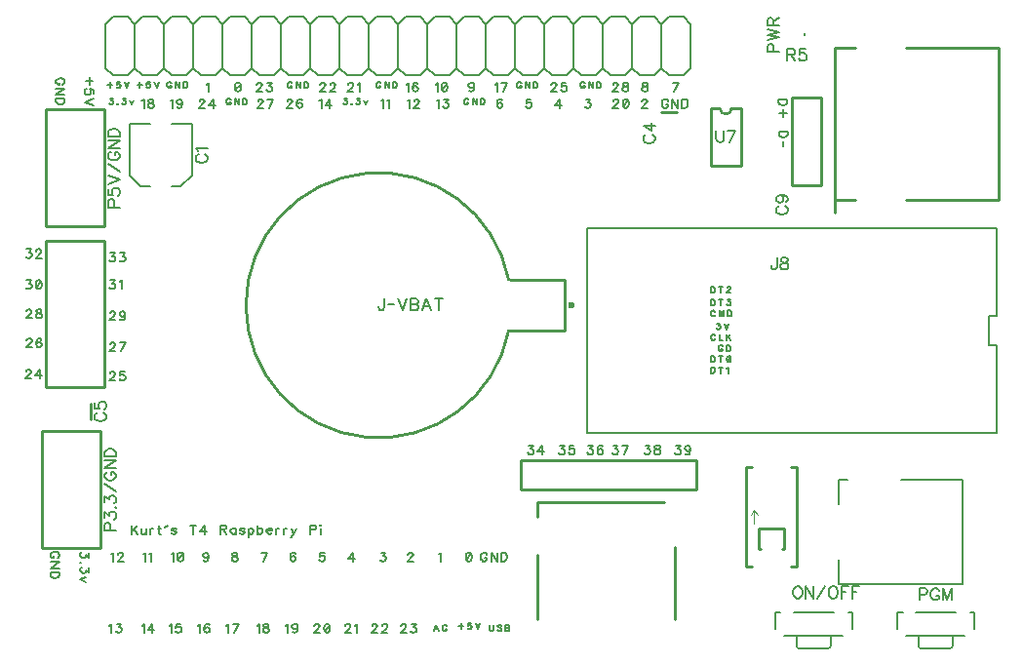
<source format=gto>
G04 DipTrace 3.3.1.3*
G04 Teensy4RPIlike.gto*
%MOIN*%
G04 #@! TF.FileFunction,Legend,Top*
G04 #@! TF.Part,Single*
%ADD10C,0.009843*%
%ADD17C,0.008*%
%ADD41C,0.006*%
%ADD42C,0.023615*%
%ADD43C,0.005*%
%ADD45C,0.003937*%
%ADD108C,0.006176*%
%ADD109C,0.007*%
%FSLAX26Y26*%
G04*
G70*
G90*
G75*
G01*
G04 TopSilk*
%LPD*%
X755522Y2193541D2*
D17*
X824267D1*
X899280D2*
X968025D1*
Y2018531D1*
X930519Y1981021D1*
X899280D1*
X755522Y2193541D2*
Y2018531D1*
X793028Y1981021D1*
X824267D1*
X2573520Y2234871D2*
D10*
X2624662D1*
X621899Y1237801D2*
Y1186659D1*
X3165396Y1944111D2*
Y1892969D1*
X3180279Y977062D2*
D17*
Y894374D1*
X3601553Y977062D2*
X3392902D1*
X3180279D2*
X3207827D1*
X3601553Y622742D2*
X3180279D1*
Y705430D1*
X3601553Y622742D2*
Y977062D1*
X2093073Y943700D2*
D10*
X2693073D1*
X2093073Y1043700D2*
X2693073D1*
X2093073Y943700D2*
Y1043700D1*
X2693073Y943700D2*
Y1043700D1*
X668073Y1293700D2*
Y1793700D1*
X468073Y1293700D2*
Y1793700D1*
X668073Y1293700D2*
X468073D1*
X668073Y1793700D2*
X468073D1*
X3018073Y2283700D2*
X3118073D1*
Y1983700D1*
X3018073D2*
X3118073D1*
X3018073Y2283700D2*
Y1983700D1*
X2147997Y500999D2*
Y722149D1*
Y850621D2*
Y901618D1*
X2581902D1*
X2620571Y749608D2*
Y502470D1*
X672600Y2385629D2*
D41*
X697600Y2360629D1*
X747600D1*
X772600Y2385629D1*
X797600Y2360629D1*
X847600D1*
X872600Y2385629D1*
X897600Y2360629D1*
X947600D1*
X972600Y2385629D1*
X997600Y2360629D1*
X1047600D1*
X1072600Y2385629D1*
X1097600Y2360629D1*
X1147600D1*
X1172600Y2385629D1*
X1197600Y2360629D1*
X1247600D1*
X1272600Y2385629D1*
X672600D2*
Y2535629D1*
X697600Y2560629D1*
X747600D1*
X772600Y2535629D1*
X797600Y2560629D1*
X847600D1*
X872600Y2535629D1*
X897600Y2560629D1*
X947600D1*
X972600Y2535629D1*
X997600Y2560629D1*
X1047600D1*
X1072600Y2535629D1*
X1097600Y2560629D1*
X1147600D1*
X1172600Y2535629D1*
X1197600Y2560629D1*
X1247600D1*
X1272600Y2535629D1*
X1297600Y2560629D1*
X1347600D1*
X1372600Y2535629D1*
X1397600Y2560629D1*
X1447600D1*
X1472600Y2535629D1*
X1497600Y2560629D1*
X1547600D1*
X1572600Y2535629D1*
X1597600Y2560629D1*
X1647600D1*
X1672600Y2535629D1*
X1697600Y2560629D1*
X1747600D1*
X1772600Y2535629D1*
X1797600Y2560629D1*
X1847600D1*
X1872600Y2535629D2*
X1847600Y2560629D1*
X1872600Y2535629D2*
X1897600Y2560629D1*
X1947600D2*
X1897600D1*
X1947600D2*
X1972600Y2535629D1*
X1997600Y2560629D1*
X2047600D2*
X1997600D1*
X2047600D2*
X2072600Y2535629D1*
X2097600Y2560629D1*
X2147600D2*
X2097600D1*
X2147600D2*
X2172600Y2535629D1*
X2197600Y2560629D1*
X2247600D2*
X2197600D1*
X2247600D2*
X2272600Y2535629D1*
X2297600Y2560629D1*
X2347600D2*
X2297600D1*
X2347600D2*
X2372600Y2535629D1*
X2397600Y2560629D1*
X2447600D2*
X2397600D1*
X2447600D2*
X2472600Y2535629D1*
X2497600Y2560629D1*
X2547600D2*
X2497600D1*
X2547600D2*
X2572600Y2535629D1*
Y2385629D2*
X2547600Y2360629D1*
X2497600D1*
X2472600Y2385629D2*
X2497600Y2360629D1*
X2472600Y2385629D2*
X2447600Y2360629D1*
X2397600D1*
X2372600Y2385629D2*
X2397600Y2360629D1*
X2372600Y2385629D2*
X2347600Y2360629D1*
X2297600D1*
X2272600Y2385629D2*
X2297600Y2360629D1*
X2272600Y2385629D2*
X2247600Y2360629D1*
X2197600D2*
X2247600D1*
X2197600D2*
X2172600Y2385629D1*
X2147600Y2360629D1*
X2097600D2*
X2147600D1*
X2097600D2*
X2072600Y2385629D1*
X2047600Y2360629D1*
X1997600D1*
X1972600Y2385629D2*
X1997600Y2360629D1*
X1972600Y2385629D2*
X1947600Y2360629D1*
X1897600D1*
X1872600Y2385629D2*
X1897600Y2360629D1*
X1872600Y2385629D2*
X1847600Y2360629D1*
X1797600D1*
X1772600Y2385629D2*
X1797600Y2360629D1*
X1772600Y2385629D2*
X1747600Y2360629D1*
X1697600D1*
X1672600Y2385629D2*
X1697600Y2360629D1*
X1672600Y2385629D2*
X1647600Y2360629D1*
X1597600D1*
X1572600Y2385629D2*
X1597600Y2360629D1*
X1572600Y2385629D2*
X1547600Y2360629D1*
X1497600D1*
X1472600Y2385629D2*
X1497600Y2360629D1*
X1472600Y2385629D2*
X1447600Y2360629D1*
X1397600D1*
X1372600Y2385629D2*
X1397600Y2360629D1*
X1372600Y2385629D2*
X1347600Y2360629D1*
X1297600D1*
X1272600Y2385629D2*
X1297600Y2360629D1*
X772600Y2535629D2*
Y2385629D1*
X872600Y2535629D2*
Y2385629D1*
X972600Y2535629D2*
Y2385629D1*
X1072600Y2535629D2*
Y2385629D1*
X1172600Y2535629D2*
Y2385629D1*
X1272600Y2535629D2*
Y2385629D1*
X1372600Y2535629D2*
Y2385629D1*
X1472600Y2535629D2*
Y2385629D1*
X1572600Y2535629D2*
Y2385629D1*
X1672600Y2535629D2*
Y2385629D1*
X1772600Y2535629D2*
Y2385629D1*
X1872600Y2535629D2*
Y2385629D1*
X1972600Y2535629D2*
Y2385629D1*
X2072600Y2535629D2*
Y2385629D1*
X2172600Y2535629D2*
Y2385629D1*
X2272600Y2535629D2*
Y2385629D1*
X2372600Y2535629D2*
Y2385629D1*
X2472600Y2535629D2*
Y2385629D1*
X2572600Y2535629D2*
Y2385629D1*
Y2535629D2*
X2597600Y2560629D1*
X2647600D2*
X2597600D1*
X2647600D2*
X2672600Y2535629D1*
Y2385629D2*
X2647600Y2360629D1*
X2597600D1*
X2572600Y2385629D2*
X2597600Y2360629D1*
X2672600Y2535629D2*
Y2385629D1*
D42*
X2265777Y1574826D3*
X2243624Y1488175D2*
D10*
Y1661477D1*
Y1488175D2*
X2051108D1*
X2243624Y1661477D2*
X2054706D1*
X2051108Y1488175D2*
G02X2051108Y1661477I-444836J86651D01*
G01*
X2993072Y443698D2*
D43*
X3193074D1*
X3224308Y468703D2*
Y524945D1*
X3211808D1*
X3161807D2*
X3024338D1*
X3034061Y441699D2*
Y411696D1*
G03X3044074Y401700I10012J16D01*
G01*
X3142072D1*
G03X3152085Y411696I2J10012D01*
G01*
Y441699D1*
X2980572Y524945D2*
X2961838D1*
Y468703D1*
X455561Y1143700D2*
D10*
Y743700D1*
X655561Y1143700D2*
Y743700D1*
X455561Y1143700D2*
X655561D1*
X455561Y743700D2*
X655561D1*
X468073Y2243700D2*
Y1843700D1*
X668073Y2243700D2*
Y1843700D1*
X468073Y2243700D2*
X668073D1*
X468073Y1843700D2*
X668073D1*
X3410254Y443698D2*
D43*
X3610256D1*
X3641490Y468703D2*
Y524945D1*
X3628990D1*
X3578990D2*
X3441521D1*
X3451243Y441699D2*
Y411696D1*
G03X3461256Y401700I10012J16D01*
G01*
X3559254D1*
G03X3569267Y411696I2J10011D01*
G01*
Y441699D1*
X3397754Y524945D2*
X3379020D1*
Y468703D1*
G36*
X3059136Y2503666D2*
X3067009D1*
Y2495792D1*
X3059136D1*
Y2503666D1*
G37*
X2992361Y742185D2*
D10*
X2984480D1*
X3015990Y1021705D2*
X3035669D1*
Y683102D1*
X3015990D1*
X2882119D2*
X2862440D1*
Y1021705D1*
X2882119D1*
X2890001Y826775D2*
D45*
Y870124D1*
Y874058D2*
X2901815Y858324D1*
X2890001Y874058D2*
X2878187Y858324D1*
X2992361Y742185D2*
D10*
Y813028D1*
X2905747D1*
Y742185D1*
X2913629D1*
X3693013Y1537397D2*
D17*
Y1437437D1*
X3718073D1*
Y1137417D1*
X2318073D1*
Y1837417D1*
X3718073D1*
Y1537397D1*
X3693013D1*
X2741693Y2248185D2*
D10*
Y2051331D1*
X2844069Y2248185D2*
Y2051331D1*
X2741693D2*
X2844069D1*
X2773187Y2248185D2*
X2741693D1*
X2812576D2*
X2844069D1*
X2773187D2*
G03X2812576Y2248185I19694J9D01*
G01*
X3166301Y1935061D2*
Y2454701D1*
X3726144D2*
X3408041D1*
X3234826D2*
X3167085D1*
X3726144D2*
Y1935061D1*
X3408041D1*
X3234826D2*
X3167085D1*
X991143Y2090656D2*
D108*
X987340Y2088755D1*
X983494Y2084908D1*
X981592Y2081106D1*
Y2073456D1*
X983494Y2069610D1*
X987340Y2065807D1*
X991143Y2063862D1*
X996891Y2061960D1*
X1006486D1*
X1012190Y2063862D1*
X1016036Y2065807D1*
X1019839Y2069610D1*
X1021784Y2073456D1*
Y2081106D1*
X1019839Y2084908D1*
X1016036Y2088755D1*
X1012190Y2090656D1*
X989286Y2103008D2*
X987341Y2106854D1*
X981637Y2112603D1*
X1021784Y2112602D1*
X2520536Y2157818D2*
X2516733Y2155917D1*
X2512886Y2152070D1*
X2510985Y2148268D1*
Y2140619D1*
X2512886Y2136772D1*
X2516733Y2132969D1*
X2520536Y2131024D1*
X2526284Y2129122D1*
X2535878D1*
X2541582Y2131024D1*
X2545429Y2132969D1*
X2549232Y2136772D1*
X2551177Y2140618D1*
Y2148268D1*
X2549232Y2152070D1*
X2545429Y2155917D1*
X2541582Y2157818D1*
X2551177Y2189315D2*
X2511029D1*
X2537780Y2170170D1*
Y2198866D1*
X645017Y1207005D2*
X641215Y1205104D1*
X637368Y1201257D1*
X635466Y1197455D1*
Y1189805D1*
X637368Y1185959D1*
X641214Y1182156D1*
X645017Y1180211D1*
X650765Y1178309D1*
X660360D1*
X666064Y1180211D1*
X669910Y1182156D1*
X673713Y1185959D1*
X675658Y1189805D1*
Y1197455D1*
X673713Y1201257D1*
X669910Y1205104D1*
X666064Y1207005D1*
X635511Y1242304D2*
Y1223203D1*
X652711Y1221302D1*
X650809Y1223203D1*
X648864Y1228951D1*
Y1234655D1*
X650809Y1240403D1*
X654612Y1244250D1*
X660360Y1246151D1*
X664162D1*
X669910Y1244250D1*
X673757Y1240403D1*
X675658Y1234655D1*
Y1228951D1*
X673757Y1223203D1*
X671812Y1221302D1*
X668009Y1219357D1*
X2974614Y1914266D2*
X2970812Y1912364D1*
X2966965Y1908518D1*
X2965064Y1904715D1*
Y1897066D1*
X2966965Y1893219D1*
X2970812Y1889416D1*
X2974614Y1887471D1*
X2980362Y1885570D1*
X2989957D1*
X2995661Y1887471D1*
X2999508Y1889416D1*
X3003310Y1893219D1*
X3005256Y1897066D1*
Y1904715D1*
X3003310Y1908517D1*
X2999508Y1912364D1*
X2995661Y1914266D1*
X2978461Y1951510D2*
X2984209Y1949565D1*
X2988056Y1945762D1*
X2989957Y1940014D1*
Y1938113D1*
X2988056Y1932365D1*
X2984209Y1928562D1*
X2978461Y1926617D1*
X2976560D1*
X2970812Y1928562D1*
X2967009Y1932365D1*
X2965108Y1938113D1*
Y1940014D1*
X2967009Y1945762D1*
X2970812Y1949565D1*
X2978461Y1951510D1*
X2988056D1*
X2997607Y1949565D1*
X3003355Y1945762D1*
X3005256Y1940014D1*
Y1936212D1*
X3003355Y1930464D1*
X2999508Y1928562D1*
X2967545Y1736961D2*
Y1706364D1*
X2965643Y1700616D1*
X2963698Y1698714D1*
X2959895Y1696769D1*
X2956049D1*
X2952246Y1698714D1*
X2950345Y1700616D1*
X2948399Y1706364D1*
Y1710166D1*
X2989447Y1736917D2*
X2983743Y1735015D1*
X2981797Y1731213D1*
Y1727366D1*
X2983743Y1723564D1*
X2987545Y1721618D1*
X2995195Y1719717D1*
X3000943Y1717816D1*
X3004745Y1713969D1*
X3006646Y1710166D1*
Y1704418D1*
X3004745Y1700616D1*
X3002844Y1698670D1*
X2997096Y1696769D1*
X2989447D1*
X2983743Y1698670D1*
X2981797Y1700616D1*
X2979896Y1704418D1*
Y1710166D1*
X2981797Y1713969D1*
X2985644Y1717816D1*
X2991348Y1719717D1*
X2998997Y1721618D1*
X3002844Y1723564D1*
X3004745Y1727366D1*
Y1731213D1*
X3002844Y1735015D1*
X2997096Y1736917D1*
X2989447D1*
X1625556Y1597332D2*
Y1566735D1*
X1623655Y1560986D1*
X1621709Y1559085D1*
X1617907Y1557140D1*
X1614060D1*
X1610258Y1559085D1*
X1608356Y1560986D1*
X1606411Y1566735D1*
Y1570537D1*
X1637908Y1577214D2*
X1660015D1*
X1672367Y1597332D2*
X1687665Y1557140D1*
X1702964Y1597332D1*
X1715315D2*
Y1557140D1*
X1732560D1*
X1738308Y1559085D1*
X1740209Y1560986D1*
X1742110Y1564789D1*
Y1570537D1*
X1740209Y1574384D1*
X1738308Y1576285D1*
X1732560Y1578186D1*
X1738308Y1580132D1*
X1740209Y1582033D1*
X1742110Y1585836D1*
Y1589682D1*
X1740209Y1593485D1*
X1738308Y1595430D1*
X1732560Y1597332D1*
X1715315D1*
Y1578186D2*
X1732560D1*
X1785103Y1557140D2*
X1769760Y1597332D1*
X1754461Y1557140D1*
X1760210Y1570537D2*
X1779355D1*
X1810852Y1597332D2*
Y1557140D1*
X1797454Y1597332D2*
X1824249D1*
X3035156Y613528D2*
X3031309Y611627D1*
X3027506Y607780D1*
X3025561Y603977D1*
X3023660Y598229D1*
Y588634D1*
X3025561Y582931D1*
X3027506Y579084D1*
X3031309Y575281D1*
X3035156Y573336D1*
X3042805D1*
X3046607Y575281D1*
X3050454Y579084D1*
X3052356Y582931D1*
X3054257Y588634D1*
Y598229D1*
X3052356Y603977D1*
X3050454Y607780D1*
X3046607Y611627D1*
X3042805Y613528D1*
X3035156D1*
X3093403D2*
Y573336D1*
X3066608Y613528D1*
Y573336D1*
X3105754D2*
X3132549Y613484D1*
X3156396Y613528D2*
X3152550Y611627D1*
X3148747Y607780D1*
X3146802Y603977D1*
X3144900Y598229D1*
Y588634D1*
X3146802Y582931D1*
X3148747Y579084D1*
X3152550Y575281D1*
X3156396Y573336D1*
X3164046D1*
X3167848Y575281D1*
X3171695Y579084D1*
X3173596Y582931D1*
X3175498Y588634D1*
Y598229D1*
X3173596Y603977D1*
X3171695Y607780D1*
X3167848Y611627D1*
X3164046Y613528D1*
X3156396D1*
X3212742D2*
X3187849D1*
Y573336D1*
Y594382D2*
X3203148D1*
X3249987Y613528D2*
X3225094D1*
Y573336D1*
Y594382D2*
X3240392D1*
X690174Y803815D2*
X690175Y821059D1*
X688273Y826763D1*
X686328Y828708D1*
X682525Y830610D1*
X676777D1*
X672975Y828708D1*
X671029Y826763D1*
X669128Y821059D1*
Y803815D1*
X709320D1*
X669172Y846808D2*
Y867810D1*
X684471Y856358D1*
Y862106D1*
X686372Y865909D1*
X688273Y867810D1*
X694021Y869756D1*
X697824D1*
X703572Y867810D1*
X707419Y864007D1*
X709320Y858259D1*
Y852511D1*
X707419Y846808D1*
X705473Y844906D1*
X701671Y842961D1*
X705473Y884008D2*
X707419Y882107D1*
X709320Y884008D1*
X707419Y885954D1*
X705473Y884008D1*
X669172Y902152D2*
Y923154D1*
X684471Y911702D1*
Y917450D1*
X686372Y921253D1*
X688273Y923154D1*
X694021Y925100D1*
X697824D1*
X703572Y923154D1*
X707419Y919352D1*
X709320Y913604D1*
Y907856D1*
X707419Y902152D1*
X705473Y900251D1*
X701671Y898305D1*
X709320Y937451D2*
X669172Y964246D1*
X678678Y1005293D2*
X674876Y1003392D1*
X671029Y999545D1*
X669128Y995743D1*
Y988093D1*
X671029Y984246D1*
X674876Y980444D1*
X678678Y978498D1*
X684426Y976597D1*
X694021D1*
X699725Y978498D1*
X703572Y980444D1*
X707374Y984246D1*
X709320Y988093D1*
Y995743D1*
X707374Y999545D1*
X703572Y1003392D1*
X699725Y1005293D1*
X694021D1*
Y995743D1*
X669128Y1044439D2*
X709320D1*
X669128Y1017645D1*
X709320D1*
X669128Y1056791D2*
X709320D1*
Y1070188D1*
X707374Y1075936D1*
X703572Y1079783D1*
X699725Y1081684D1*
X694021Y1083585D1*
X684426D1*
X678678Y1081684D1*
X674876Y1079783D1*
X671029Y1075936D1*
X669128Y1070188D1*
Y1056791D1*
X702686Y1910013D2*
Y1927257D1*
X700785Y1932961D1*
X698840Y1934906D1*
X695037Y1936807D1*
X689289D1*
X685486Y1934906D1*
X683541Y1932961D1*
X681640Y1927257D1*
Y1910013D1*
X721832D1*
X681684Y1972107D2*
Y1953005D1*
X698884Y1951104D1*
X696983Y1953005D1*
X695037Y1958753D1*
Y1964457D1*
X696983Y1970205D1*
X700785Y1974052D1*
X706533Y1975953D1*
X710336D1*
X716084Y1974052D1*
X719930Y1970205D1*
X721832Y1964457D1*
Y1958753D1*
X719930Y1953005D1*
X717985Y1951104D1*
X714182Y1949159D1*
X681640Y1988305D2*
X721832Y2003603D1*
X681640Y2018902D1*
X721832Y2031253D2*
X681684Y2058048D1*
X691190Y2099095D2*
X687388Y2097194D1*
X683541Y2093347D1*
X681640Y2089545D1*
Y2081895D1*
X683541Y2078049D1*
X687388Y2074246D1*
X691190Y2072301D1*
X696938Y2070399D1*
X706533D1*
X712237Y2072301D1*
X716084Y2074246D1*
X719886Y2078049D1*
X721832Y2081895D1*
Y2089545D1*
X719886Y2093347D1*
X716084Y2097194D1*
X712237Y2099095D1*
X706533D1*
Y2089545D1*
X681640Y2138241D2*
X721832D1*
X681640Y2111447D1*
X721832D1*
X681640Y2150593D2*
X721832D1*
Y2163990D1*
X719886Y2169738D1*
X716084Y2173585D1*
X712237Y2175486D1*
X706533Y2177387D1*
X696938D1*
X691190Y2175486D1*
X687388Y2173585D1*
X683541Y2169738D1*
X681640Y2163990D1*
Y2150593D1*
X3454860Y586232D2*
X3472104D1*
X3477808Y588133D1*
X3479753Y590079D1*
X3481654Y593881D1*
Y599629D1*
X3479753Y603432D1*
X3477808Y605377D1*
X3472104Y607278D1*
X3454860D1*
Y567086D1*
X3522702Y597728D2*
X3520801Y601530D1*
X3516954Y605377D1*
X3513151Y607278D1*
X3505502D1*
X3501655Y605377D1*
X3497853Y601530D1*
X3495907Y597728D1*
X3494006Y591980D1*
Y582385D1*
X3495907Y576681D1*
X3497853Y572834D1*
X3501655Y569032D1*
X3505502Y567086D1*
X3513151D1*
X3516954Y569032D1*
X3520801Y572834D1*
X3522702Y576681D1*
Y582385D1*
X3513151D1*
X3565650Y567086D2*
Y607278D1*
X3550352Y567086D1*
X3535053Y607278D1*
Y567086D1*
X2956643Y2441438D2*
Y2458682D1*
X2954742Y2464385D1*
X2952797Y2466331D1*
X2948994Y2468232D1*
X2943246D1*
X2939443Y2466331D1*
X2937498Y2464385D1*
X2935597Y2458682D1*
Y2441438D1*
X2975789D1*
X2935597Y2480584D2*
X2975789Y2490178D1*
X2935597Y2499729D1*
X2975789Y2509279D1*
X2935597Y2518874D1*
X2954742Y2531226D2*
Y2548426D1*
X2952797Y2554174D1*
X2950895Y2556119D1*
X2947093Y2558020D1*
X2943246D1*
X2939443Y2556119D1*
X2937498Y2554174D1*
X2935597Y2548426D1*
Y2531226D1*
X2975789D1*
X2954742Y2544623D2*
X2975789Y2558020D1*
X3003669Y2431204D2*
X3020869D1*
X3026617Y2433149D1*
X3028563Y2435051D1*
X3030464Y2438853D1*
Y2442700D1*
X3028563Y2446503D1*
X3026617Y2448448D1*
X3020869Y2450349D1*
X3003669D1*
Y2410157D1*
X3017067Y2431204D2*
X3030464Y2410157D1*
X3065763Y2450305D2*
X3046662D1*
X3044761Y2433105D1*
X3046662Y2435007D1*
X3052410Y2436952D1*
X3058114D1*
X3063862Y2435007D1*
X3067709Y2431204D1*
X3069610Y2425456D1*
Y2421653D1*
X3067709Y2415905D1*
X3063862Y2412059D1*
X3058114Y2410157D1*
X3052410D1*
X3046662Y2412059D1*
X3044761Y2414004D1*
X3042815Y2417807D1*
X2759911Y2172263D2*
Y2143568D1*
X2761812Y2137820D1*
X2765659Y2134017D1*
X2771407Y2132071D1*
X2775209D1*
X2780957Y2134017D1*
X2784804Y2137820D1*
X2786705Y2143568D1*
Y2172263D1*
X2806706Y2132071D2*
X2825851Y2172219D1*
X2799057D1*
X761784Y823296D2*
D109*
Y793152D1*
X781880Y823296D2*
X761784Y803200D1*
X768947Y810396D2*
X781880Y793152D1*
X795880Y813248D2*
Y798889D1*
X797306Y794611D1*
X800191Y793152D1*
X804502D1*
X807354Y794611D1*
X811665Y798889D1*
Y813248D2*
Y793152D1*
X825665Y813248D2*
Y793152D1*
Y804626D2*
X827124Y808937D1*
X829976Y811822D1*
X832861Y813248D1*
X837172D1*
X855483Y823296D2*
Y798889D1*
X856909Y794611D1*
X859794Y793152D1*
X862646D1*
X851172Y813248D2*
X861220D1*
X883842Y823263D2*
X876646Y814641D1*
X885268Y821837D1*
X883842Y823263D1*
X915053Y808937D2*
X913627Y811822D1*
X909316Y813248D1*
X905005D1*
X900694Y811822D1*
X899268Y808937D1*
X900694Y806085D1*
X903579Y804626D1*
X910742Y803200D1*
X913627Y801774D1*
X915053Y798889D1*
Y797463D1*
X913627Y794611D1*
X909316Y793152D1*
X905005D1*
X900694Y794611D1*
X899268Y797463D1*
X972998Y823296D2*
Y793152D1*
X962950Y823296D2*
X983046D1*
X1011405Y793152D2*
Y823263D1*
X997046Y803200D1*
X1018568D1*
X1066465Y808937D2*
X1079365D1*
X1083676Y810396D1*
X1085135Y811822D1*
X1086561Y814674D1*
Y817559D1*
X1085135Y820411D1*
X1083676Y821870D1*
X1079365Y823296D1*
X1066465D1*
Y793152D1*
X1076513Y808937D2*
X1086561Y793152D1*
X1117772Y813248D2*
Y793152D1*
Y808937D2*
X1114920Y811822D1*
X1112035Y813248D1*
X1107757D1*
X1104872Y811822D1*
X1102020Y808937D1*
X1100561Y804626D1*
Y801774D1*
X1102020Y797463D1*
X1104872Y794611D1*
X1107757Y793152D1*
X1112035D1*
X1114920Y794611D1*
X1117772Y797463D1*
X1147557Y808937D2*
X1146131Y811822D1*
X1141820Y813248D1*
X1137509D1*
X1133198Y811822D1*
X1131772Y808937D1*
X1133198Y806085D1*
X1136083Y804626D1*
X1143246Y803200D1*
X1146131Y801774D1*
X1147557Y798889D1*
Y797463D1*
X1146131Y794611D1*
X1141820Y793152D1*
X1137509D1*
X1133198Y794611D1*
X1131772Y797463D1*
X1161557Y813248D2*
Y783104D1*
Y808937D2*
X1164442Y811789D1*
X1167294Y813248D1*
X1171605D1*
X1174490Y811789D1*
X1177342Y808937D1*
X1178801Y804626D1*
Y801741D1*
X1177342Y797463D1*
X1174490Y794578D1*
X1171605Y793152D1*
X1167294D1*
X1164442Y794578D1*
X1161557Y797463D1*
X1192801Y823296D2*
Y793152D1*
Y808937D2*
X1195686Y811822D1*
X1198538Y813248D1*
X1202849D1*
X1205701Y811822D1*
X1208586Y808937D1*
X1210012Y804626D1*
Y801774D1*
X1208586Y797463D1*
X1205701Y794611D1*
X1202849Y793152D1*
X1198538D1*
X1195686Y794611D1*
X1192801Y797463D1*
X1224012Y804626D2*
X1241223D1*
Y807511D1*
X1239797Y810396D1*
X1238371Y811822D1*
X1235486Y813248D1*
X1231175D1*
X1228323Y811822D1*
X1225438Y808937D1*
X1224012Y804626D1*
Y801774D1*
X1225438Y797463D1*
X1228323Y794611D1*
X1231175Y793152D1*
X1235486D1*
X1238371Y794611D1*
X1241223Y797463D1*
X1255223Y813248D2*
Y793152D1*
Y804626D2*
X1256682Y808937D1*
X1259534Y811822D1*
X1262419Y813248D1*
X1266730D1*
X1280730D2*
Y793152D1*
Y804626D2*
X1282189Y808937D1*
X1285041Y811822D1*
X1287926Y813248D1*
X1292237D1*
X1307696D2*
X1316285Y793152D1*
X1313433Y787415D1*
X1310548Y784530D1*
X1307696Y783104D1*
X1306237D1*
X1324907Y813248D2*
X1316285Y793152D1*
X1372804Y807511D2*
X1385737D1*
X1390015Y808937D1*
X1391474Y810396D1*
X1392900Y813248D1*
Y817559D1*
X1391474Y820411D1*
X1390015Y821870D1*
X1385737Y823296D1*
X1372804D1*
Y793152D1*
X1406900Y823296D2*
X1408326Y821870D1*
X1409785Y823296D1*
X1408326Y824755D1*
X1406900Y823296D1*
X1408326Y813248D2*
Y793152D1*
X1518329Y699411D2*
Y729521D1*
X1503970Y709459D1*
X1525492D1*
X1421100Y729521D2*
X1406774D1*
X1405348Y716622D1*
X1406774Y718047D1*
X1411085Y719507D1*
X1415363D1*
X1419674Y718047D1*
X1422559Y715196D1*
X1423985Y710885D1*
Y708033D1*
X1422559Y703722D1*
X1419674Y700837D1*
X1415363Y699411D1*
X1411085D1*
X1406774Y700837D1*
X1405348Y702296D1*
X1403889Y705148D1*
X1322478Y725244D2*
X1321052Y728095D1*
X1316741Y729521D1*
X1313889D1*
X1309578Y728095D1*
X1306693Y723784D1*
X1305267Y716622D1*
Y709459D1*
X1306693Y703722D1*
X1309578Y700837D1*
X1313889Y699411D1*
X1315315D1*
X1319593Y700837D1*
X1322478Y703722D1*
X1323904Y708033D1*
Y709459D1*
X1322478Y713770D1*
X1319593Y716622D1*
X1315315Y718047D1*
X1313889D1*
X1309578Y716622D1*
X1306693Y713770D1*
X1305267Y709459D1*
X1210921Y699411D2*
X1225280Y729521D1*
X1205184D1*
X1112299D2*
X1108021Y728095D1*
X1106562Y725244D1*
Y722358D1*
X1108021Y719507D1*
X1110873Y718047D1*
X1116610Y716622D1*
X1120921Y715196D1*
X1123773Y712310D1*
X1125199Y709459D1*
Y705148D1*
X1123773Y702296D1*
X1122347Y700837D1*
X1118036Y699411D1*
X1112299D1*
X1108021Y700837D1*
X1106562Y702296D1*
X1105136Y705148D1*
Y709459D1*
X1106562Y712310D1*
X1109447Y715196D1*
X1113725Y716622D1*
X1119462Y718047D1*
X1122347Y719507D1*
X1123773Y722358D1*
Y725244D1*
X1122347Y728095D1*
X1118036Y729521D1*
X1112299D1*
X1025150Y719507D2*
X1023690Y715196D1*
X1020839Y712310D1*
X1016528Y710885D1*
X1015102D1*
X1010791Y712310D1*
X1007939Y715196D1*
X1006480Y719507D1*
Y720933D1*
X1007939Y725244D1*
X1010791Y728095D1*
X1015102Y729521D1*
X1016528D1*
X1020839Y728095D1*
X1023690Y725244D1*
X1025150Y719507D1*
Y712310D1*
X1023690Y705148D1*
X1020839Y700837D1*
X1016528Y699411D1*
X1013676D1*
X1009365Y700837D1*
X1007939Y703722D1*
X897700Y723784D2*
X900585Y725244D1*
X904896Y729521D1*
Y699411D1*
X927518Y729521D2*
X923207Y728095D1*
X920322Y723784D1*
X918896Y716622D1*
Y712310D1*
X920322Y705148D1*
X923207Y700837D1*
X927518Y699411D1*
X930370D1*
X934681Y700837D1*
X937533Y705148D1*
X938992Y712310D1*
Y716622D1*
X937533Y723784D1*
X934681Y728095D1*
X930370Y729521D1*
X927518D1*
X937533Y723784D2*
X920322Y705148D1*
X801821Y723784D2*
X804706Y725244D1*
X809017Y729521D1*
Y699411D1*
X823017Y723784D2*
X825902Y725244D1*
X830213Y729521D1*
Y699411D1*
X693041Y723784D2*
X695926Y725244D1*
X700237Y729521D1*
Y699411D1*
X715696Y722358D2*
Y723784D1*
X717122Y726670D1*
X718548Y728095D1*
X721433Y729521D1*
X727170D1*
X730022Y728095D1*
X731448Y726670D1*
X732907Y723784D1*
Y720933D1*
X731448Y718047D1*
X728596Y713770D1*
X714237Y699411D1*
X734333D1*
X686792Y480060D2*
X689677Y481519D1*
X693988Y485797D1*
Y455686D1*
X710873Y485797D2*
X726625D1*
X718036Y474323D1*
X722347D1*
X725199Y472897D1*
X726625Y471471D1*
X728084Y467160D1*
Y464308D1*
X726625Y459997D1*
X723773Y457112D1*
X719462Y455686D1*
X715151D1*
X710873Y457112D1*
X709447Y458571D1*
X707988Y461423D1*
X797588Y480060D2*
X800474Y481519D1*
X804785Y485797D1*
Y455686D1*
X833144D2*
Y485797D1*
X818785Y465734D1*
X840307D1*
X400758Y1347251D2*
Y1348677D1*
X402183Y1351562D1*
X403609Y1352988D1*
X406495Y1354414D1*
X412231D1*
X415083Y1352988D1*
X416509Y1351562D1*
X417968Y1348677D1*
Y1345825D1*
X416509Y1342940D1*
X413657Y1338662D1*
X399298Y1324303D1*
X419394D1*
X447753D2*
Y1354414D1*
X433394Y1334351D1*
X454916D1*
X688227Y1341002D2*
Y1342427D1*
X689653Y1345313D1*
X691079Y1346739D1*
X693964Y1348164D1*
X699701D1*
X702553Y1346739D1*
X703979Y1345313D1*
X705438Y1342427D1*
Y1339576D1*
X703979Y1336691D1*
X701127Y1332413D1*
X686768Y1318054D1*
X706864D1*
X738075Y1348164D2*
X723749D1*
X722323Y1335265D1*
X723749Y1336691D1*
X728060Y1338150D1*
X732338D1*
X736649Y1336691D1*
X739534Y1333839D1*
X740960Y1329528D1*
Y1326676D1*
X739534Y1322365D1*
X736649Y1319480D1*
X732338Y1318054D1*
X728060D1*
X723749Y1319480D1*
X722323Y1320939D1*
X720864Y1323791D1*
X403643Y1453490D2*
Y1454916D1*
X405069Y1457801D1*
X406495Y1459227D1*
X409380Y1460653D1*
X415117D1*
X417969Y1459227D1*
X419395Y1457801D1*
X420854Y1454916D1*
Y1452064D1*
X419395Y1449179D1*
X416543Y1444901D1*
X402184Y1430542D1*
X422280D1*
X453491Y1456375D2*
X452065Y1459227D1*
X447754Y1460653D1*
X444902D1*
X440591Y1459227D1*
X437706Y1454916D1*
X436280Y1447753D1*
Y1440590D1*
X437706Y1434853D1*
X440591Y1431968D1*
X444902Y1430542D1*
X446328D1*
X450606Y1431968D1*
X453491Y1434853D1*
X454917Y1439164D1*
Y1440590D1*
X453491Y1444901D1*
X450606Y1447753D1*
X446328Y1449179D1*
X444902D1*
X440591Y1447753D1*
X437706Y1444901D1*
X436280Y1440590D1*
X688227Y1440991D2*
Y1442417D1*
X689653Y1445302D1*
X691079Y1446728D1*
X693964Y1448154D1*
X699701D1*
X702553Y1446728D1*
X703979Y1445302D1*
X705438Y1442417D1*
Y1439565D1*
X703979Y1436680D1*
X701127Y1432402D1*
X686768Y1418043D1*
X706864D1*
X726601D2*
X740960Y1448154D1*
X720864D1*
X689653Y1660632D2*
X705405D1*
X696816Y1649158D1*
X701127D1*
X703979Y1647732D1*
X705405Y1646306D1*
X706864Y1641995D1*
Y1639143D1*
X705405Y1634832D1*
X702553Y1631947D1*
X698242Y1630521D1*
X693931D1*
X689653Y1631947D1*
X688227Y1633406D1*
X686768Y1636258D1*
X720864Y1654895D2*
X723749Y1656354D1*
X728060Y1660632D1*
Y1630521D1*
X403610Y1766789D2*
X419362D1*
X410773Y1755315D1*
X415084D1*
X417936Y1753889D1*
X419362Y1752463D1*
X420821Y1748152D1*
Y1745300D1*
X419362Y1740989D1*
X416510Y1738104D1*
X412199Y1736678D1*
X407888D1*
X403610Y1738104D1*
X402184Y1739563D1*
X400725Y1742415D1*
X436280Y1759626D2*
Y1761052D1*
X437706Y1763937D1*
X439132Y1765363D1*
X442017Y1766789D1*
X447754D1*
X450606Y1765363D1*
X452032Y1763937D1*
X453491Y1761052D1*
Y1758200D1*
X452032Y1755315D1*
X449180Y1751037D1*
X434821Y1736678D1*
X454917D1*
X891062Y480060D2*
X893947Y481519D1*
X898258Y485797D1*
Y455686D1*
X929469Y485797D2*
X915143D1*
X913717Y472897D1*
X915143Y474323D1*
X919454Y475782D1*
X923732D1*
X928043Y474323D1*
X930928Y471471D1*
X932354Y467160D1*
Y464308D1*
X930928Y459997D1*
X928043Y457112D1*
X923732Y455686D1*
X919454D1*
X915143Y457112D1*
X913717Y458571D1*
X912258Y461423D1*
X989360Y480060D2*
X992245Y481519D1*
X996556Y485797D1*
Y455686D1*
X1027767Y481519D2*
X1026341Y484371D1*
X1022030Y485797D1*
X1019178D1*
X1014867Y484371D1*
X1011982Y480060D1*
X1010556Y472897D1*
Y465734D1*
X1011982Y459997D1*
X1014867Y457112D1*
X1019178Y455686D1*
X1020604D1*
X1024882Y457112D1*
X1027767Y459997D1*
X1029193Y464308D1*
Y465734D1*
X1027767Y470045D1*
X1024882Y472897D1*
X1020604Y474323D1*
X1019178D1*
X1014867Y472897D1*
X1011982Y470045D1*
X1010556Y465734D1*
X1086199Y480060D2*
X1089084Y481519D1*
X1093395Y485797D1*
Y455686D1*
X1113132D2*
X1127491Y485797D1*
X1107395D1*
X1190746Y480060D2*
X1193631Y481519D1*
X1197942Y485797D1*
Y455686D1*
X1219105Y485797D2*
X1214827Y484371D1*
X1213368Y481519D1*
Y478634D1*
X1214827Y475782D1*
X1217679Y474323D1*
X1223416Y472897D1*
X1227727Y471471D1*
X1230579Y468586D1*
X1232005Y465734D1*
Y461423D1*
X1230579Y458571D1*
X1229153Y457112D1*
X1224842Y455686D1*
X1219105D1*
X1214827Y457112D1*
X1213368Y458571D1*
X1211942Y461423D1*
Y465734D1*
X1213368Y468586D1*
X1216253Y471471D1*
X1220531Y472897D1*
X1226268Y474323D1*
X1229153Y475782D1*
X1230579Y478634D1*
Y481519D1*
X1229153Y484371D1*
X1224842Y485797D1*
X1219105D1*
X1289010Y480060D2*
X1291895Y481519D1*
X1296206Y485797D1*
Y455686D1*
X1328876Y475782D2*
X1327417Y471471D1*
X1324565Y468586D1*
X1320254Y467160D1*
X1318828D1*
X1314517Y468586D1*
X1311665Y471471D1*
X1310206Y475782D1*
Y477208D1*
X1311665Y481519D1*
X1314517Y484371D1*
X1318828Y485797D1*
X1320254D1*
X1324565Y484371D1*
X1327417Y481519D1*
X1328876Y475782D1*
Y468586D1*
X1327417Y461423D1*
X1324565Y457112D1*
X1320254Y455686D1*
X1317402D1*
X1313091Y457112D1*
X1311665Y459997D1*
X1387340Y478634D2*
Y480060D1*
X1388766Y482945D1*
X1390192Y484371D1*
X1393077Y485797D1*
X1398814D1*
X1401666Y484371D1*
X1403092Y482945D1*
X1404551Y480060D1*
Y477208D1*
X1403092Y474323D1*
X1400240Y470045D1*
X1385881Y455686D1*
X1405977D1*
X1428599Y485797D2*
X1424288Y484371D1*
X1421403Y480060D1*
X1419977Y472897D1*
Y468586D1*
X1421403Y461423D1*
X1424288Y457112D1*
X1428599Y455686D1*
X1431451D1*
X1435762Y457112D1*
X1438614Y461423D1*
X1440073Y468586D1*
Y472897D1*
X1438614Y480060D1*
X1435762Y484371D1*
X1431451Y485797D1*
X1428599D1*
X1438614Y480060D2*
X1421403Y461423D1*
X1492288Y478634D2*
Y480060D1*
X1493714Y482945D1*
X1495140Y484371D1*
X1498025Y485797D1*
X1503762D1*
X1506614Y484371D1*
X1508040Y482945D1*
X1509499Y480060D1*
Y477208D1*
X1508040Y474323D1*
X1505188Y470045D1*
X1490829Y455686D1*
X1510925D1*
X1524925Y480060D2*
X1527810Y481519D1*
X1532121Y485797D1*
Y455686D1*
X1584336Y478634D2*
Y480060D1*
X1585762Y482945D1*
X1587188Y484371D1*
X1590073Y485797D1*
X1595810D1*
X1598662Y484371D1*
X1600088Y482945D1*
X1601547Y480060D1*
Y477208D1*
X1600088Y474323D1*
X1597236Y470045D1*
X1582877Y455686D1*
X1602973D1*
X1618432Y478634D2*
Y480060D1*
X1619858Y482945D1*
X1621284Y484371D1*
X1624169Y485797D1*
X1629906D1*
X1632758Y484371D1*
X1634184Y482945D1*
X1635643Y480060D1*
Y477208D1*
X1634184Y474323D1*
X1631332Y470045D1*
X1616973Y455686D1*
X1637069D1*
X1985844Y482201D2*
Y467853D1*
X1986795Y464979D1*
X1988718Y463077D1*
X1991592Y462105D1*
X1993494D1*
X1996368Y463077D1*
X1998291Y464979D1*
X1999242Y467853D1*
Y482201D1*
X2026639Y479327D2*
X2024738Y481250D1*
X2021864Y482201D1*
X2018039D1*
X2015165Y481250D1*
X2013242Y479327D1*
Y477425D1*
X2014214Y475502D1*
X2015165Y474551D1*
X2017066Y473601D1*
X2022814Y471677D1*
X2024738Y470727D1*
X2025688Y469754D1*
X2026639Y467853D1*
Y464979D1*
X2024738Y463077D1*
X2021864Y462105D1*
X2018039D1*
X2015165Y463077D1*
X2013242Y464979D1*
X2040639Y482201D2*
Y462105D1*
X2049261D1*
X2052135Y463077D1*
X2053086Y464028D1*
X2054036Y465929D1*
Y468803D1*
X2053086Y470727D1*
X2052135Y471677D1*
X2049261Y472628D1*
X2052135Y473601D1*
X2053086Y474551D1*
X2054036Y476453D1*
Y478376D1*
X2053086Y480277D1*
X2052135Y481250D1*
X2049261Y482201D1*
X2040639D1*
Y472628D2*
X2049261D1*
X1810736Y462105D2*
X1803065Y482201D1*
X1795415Y462105D1*
X1798289Y468803D2*
X1807862D1*
X1839084Y477425D2*
X1838133Y479327D1*
X1836210Y481250D1*
X1834309Y482201D1*
X1830484D1*
X1828561Y481250D1*
X1826659Y479327D1*
X1825687Y477425D1*
X1824736Y474551D1*
Y469754D1*
X1825687Y466902D1*
X1826659Y464979D1*
X1828561Y463077D1*
X1830484Y462105D1*
X1834309D1*
X1836210Y463077D1*
X1838133Y464979D1*
X1839084Y466902D1*
Y469754D1*
X1834309D1*
X689653Y1754372D2*
X705405D1*
X696816Y1742898D1*
X701127D1*
X703979Y1741472D1*
X705405Y1740046D1*
X706864Y1735735D1*
Y1732883D1*
X705405Y1728572D1*
X702553Y1725687D1*
X698242Y1724261D1*
X693931D1*
X689653Y1725687D1*
X688227Y1727146D1*
X686768Y1729998D1*
X723749Y1754372D2*
X739501D1*
X730912Y1742898D1*
X735223D1*
X738075Y1741472D1*
X739501Y1740046D1*
X740960Y1735735D1*
Y1732883D1*
X739501Y1728572D1*
X736649Y1725687D1*
X732338Y1724261D1*
X728027D1*
X723749Y1725687D1*
X722323Y1727146D1*
X720864Y1729998D1*
X402217Y1553479D2*
Y1554905D1*
X403643Y1557790D1*
X405069Y1559216D1*
X407954Y1560642D1*
X413691D1*
X416543Y1559216D1*
X417969Y1557790D1*
X419428Y1554905D1*
Y1552053D1*
X417969Y1549168D1*
X415117Y1544890D1*
X400758Y1530531D1*
X420854D1*
X442017Y1560642D2*
X437739Y1559216D1*
X436280Y1556364D1*
Y1553479D1*
X437739Y1550627D1*
X440591Y1549168D1*
X446328Y1547742D1*
X450639Y1546316D1*
X453491Y1543431D1*
X454917Y1540579D1*
Y1536268D1*
X453491Y1533416D1*
X452065Y1531957D1*
X447754Y1530531D1*
X442017D1*
X437739Y1531957D1*
X436280Y1533416D1*
X434854Y1536268D1*
Y1540579D1*
X436280Y1543431D1*
X439165Y1546316D1*
X443443Y1547742D1*
X449180Y1549168D1*
X452065Y1550627D1*
X453491Y1553479D1*
Y1556364D1*
X452065Y1559216D1*
X447754Y1560642D1*
X442017D1*
X688227Y1547230D2*
Y1548656D1*
X689653Y1551541D1*
X691079Y1552967D1*
X693964Y1554393D1*
X699701D1*
X702553Y1552967D1*
X703979Y1551541D1*
X705438Y1548656D1*
Y1545804D1*
X703979Y1542919D1*
X701127Y1538641D1*
X686768Y1524282D1*
X706864D1*
X739534Y1544378D2*
X738075Y1540067D1*
X735223Y1537182D1*
X730912Y1535756D1*
X729486D1*
X725175Y1537182D1*
X722323Y1540067D1*
X720864Y1544378D1*
Y1545804D1*
X722323Y1550115D1*
X725175Y1552967D1*
X729486Y1554393D1*
X730912D1*
X735223Y1552967D1*
X738075Y1550115D1*
X739534Y1544378D1*
Y1537182D1*
X738075Y1530019D1*
X735223Y1525708D1*
X730912Y1524282D1*
X728060D1*
X723749Y1525708D1*
X722323Y1528593D1*
X403610Y1660550D2*
X419362D1*
X410773Y1649076D1*
X415084D1*
X417936Y1647650D1*
X419362Y1646224D1*
X420821Y1641913D1*
Y1639061D1*
X419362Y1634750D1*
X416510Y1631865D1*
X412199Y1630439D1*
X407888D1*
X403610Y1631865D1*
X402184Y1633325D1*
X400725Y1636176D1*
X443443Y1660550D2*
X439132Y1659124D1*
X436247Y1654813D1*
X434821Y1647650D1*
Y1643339D1*
X436247Y1636176D1*
X439132Y1631865D1*
X443443Y1630439D1*
X446295D1*
X450606Y1631865D1*
X453458Y1636176D1*
X454917Y1643339D1*
Y1647650D1*
X453458Y1654813D1*
X450606Y1659124D1*
X446295Y1660550D1*
X443443D1*
X453458Y1654813D2*
X436247Y1636176D1*
X1683034Y478634D2*
Y480060D1*
X1684460Y482945D1*
X1685886Y484371D1*
X1688771Y485797D1*
X1694508D1*
X1697360Y484371D1*
X1698786Y482945D1*
X1700245Y480060D1*
Y477208D1*
X1698786Y474323D1*
X1695934Y470045D1*
X1681575Y455686D1*
X1701671D1*
X1718556Y485797D2*
X1734308D1*
X1725719Y474323D1*
X1730030D1*
X1732882Y472897D1*
X1734308Y471471D1*
X1735767Y467160D1*
Y464308D1*
X1734308Y459997D1*
X1731456Y457112D1*
X1727145Y455686D1*
X1722834D1*
X1718556Y457112D1*
X1717130Y458571D1*
X1715671Y461423D1*
X1888342Y487002D2*
Y469780D1*
X1879742Y478380D2*
X1896964D1*
X1922438Y488428D2*
X1912887D1*
X1911937Y479828D1*
X1912887Y480779D1*
X1915761Y481751D1*
X1918613D1*
X1921487Y480779D1*
X1923411Y478877D1*
X1924361Y476003D1*
Y474102D1*
X1923411Y471228D1*
X1921487Y469305D1*
X1918613Y468354D1*
X1915761D1*
X1912887Y469305D1*
X1911937Y470277D1*
X1910964Y472179D1*
X1938361Y488450D2*
X1946011Y468354D1*
X1953660Y488450D1*
X1614613Y729521D2*
X1630364D1*
X1621776Y718047D1*
X1626087D1*
X1628938Y716622D1*
X1630364Y715196D1*
X1631824Y710885D1*
Y708033D1*
X1630364Y703722D1*
X1627513Y700837D1*
X1623202Y699411D1*
X1618890D1*
X1614613Y700837D1*
X1613187Y702296D1*
X1611728Y705148D1*
X1707019Y722358D2*
Y723784D1*
X1708445Y726670D1*
X1709871Y728095D1*
X1712756Y729521D1*
X1718493D1*
X1721345Y728095D1*
X1722771Y726670D1*
X1724230Y723784D1*
Y720933D1*
X1722771Y718047D1*
X1719919Y713770D1*
X1705560Y699411D1*
X1725656D1*
X1811890Y723784D2*
X1814775Y725244D1*
X1819086Y729521D1*
Y699411D1*
X1913944Y729521D2*
X1909633Y728095D1*
X1906748Y723784D1*
X1905322Y716622D1*
Y712310D1*
X1906748Y705148D1*
X1909633Y700837D1*
X1913944Y699411D1*
X1916796D1*
X1921107Y700837D1*
X1923959Y705148D1*
X1925418Y712310D1*
Y716622D1*
X1923959Y723784D1*
X1921107Y728095D1*
X1916796Y729521D1*
X1913944D1*
X1923959Y723784D2*
X1906748Y705148D1*
X1976931Y722392D2*
X1975505Y725244D1*
X1972620Y728129D1*
X1969768Y729555D1*
X1964031D1*
X1961146Y728129D1*
X1958294Y725244D1*
X1956835Y722392D1*
X1955409Y718081D1*
Y710885D1*
X1956835Y706607D1*
X1958294Y703722D1*
X1961146Y700870D1*
X1964031Y699411D1*
X1969768D1*
X1972620Y700870D1*
X1975505Y703722D1*
X1976931Y706607D1*
Y710885D1*
X1969768D1*
X2011027Y729555D2*
Y699411D1*
X1990931Y729555D1*
Y699411D1*
X2025027Y729555D2*
Y699411D1*
X2035075D1*
X2039386Y700870D1*
X2042271Y703722D1*
X2043697Y706607D1*
X2045123Y710885D1*
Y718081D1*
X2043697Y722392D1*
X2042271Y725244D1*
X2039386Y728129D1*
X2035075Y729555D1*
X2025027D1*
X2119215Y1095120D2*
X2134967D1*
X2126378Y1083646D1*
X2130689D1*
X2133541Y1082220D1*
X2134967Y1080794D1*
X2136426Y1076483D1*
Y1073631D1*
X2134967Y1069320D1*
X2132115Y1066435D1*
X2127804Y1065009D1*
X2123493D1*
X2119215Y1066435D1*
X2117789Y1067894D1*
X2116330Y1070746D1*
X2164785Y1065009D2*
Y1095120D1*
X2150426Y1075057D1*
X2171948D1*
X2225361Y1095120D2*
X2241112D1*
X2232524Y1083646D1*
X2236835D1*
X2239687Y1082220D1*
X2241112Y1080794D1*
X2242572Y1076483D1*
Y1073631D1*
X2241112Y1069320D1*
X2238261Y1066435D1*
X2233950Y1065009D1*
X2229639D1*
X2225361Y1066435D1*
X2223935Y1067894D1*
X2222476Y1070746D1*
X2273783Y1095120D2*
X2259457D1*
X2258031Y1082220D1*
X2259457Y1083646D1*
X2263768Y1085105D1*
X2268046D1*
X2272357Y1083646D1*
X2275242Y1080794D1*
X2276668Y1076483D1*
Y1073631D1*
X2275242Y1069320D1*
X2272357Y1066435D1*
X2268046Y1065009D1*
X2263768D1*
X2259457Y1066435D1*
X2258031Y1067894D1*
X2256572Y1070746D1*
X2322904Y1095120D2*
X2338656D1*
X2330067Y1083646D1*
X2334378D1*
X2337230Y1082220D1*
X2338656Y1080794D1*
X2340115Y1076483D1*
Y1073631D1*
X2338656Y1069320D1*
X2335804Y1066435D1*
X2331493Y1065009D1*
X2327182D1*
X2322904Y1066435D1*
X2321478Y1067894D1*
X2320019Y1070746D1*
X2371326Y1090842D2*
X2369900Y1093694D1*
X2365589Y1095120D1*
X2362737D1*
X2358426Y1093694D1*
X2355541Y1089383D1*
X2354115Y1082220D1*
Y1075057D1*
X2355541Y1069320D1*
X2358426Y1066435D1*
X2362737Y1065009D1*
X2364163D1*
X2368441Y1066435D1*
X2371326Y1069320D1*
X2372752Y1073631D1*
Y1075057D1*
X2371326Y1079368D1*
X2368441Y1082220D1*
X2364163Y1083646D1*
X2362737D1*
X2358426Y1082220D1*
X2355541Y1079368D1*
X2354115Y1075057D1*
X2407866Y1095120D2*
X2423618D1*
X2415029Y1083646D1*
X2419340D1*
X2422192Y1082220D1*
X2423618Y1080794D1*
X2425077Y1076483D1*
Y1073631D1*
X2423618Y1069320D1*
X2420766Y1066435D1*
X2416455Y1065009D1*
X2412144D1*
X2407866Y1066435D1*
X2406440Y1067894D1*
X2404981Y1070746D1*
X2444814Y1065009D2*
X2459173Y1095120D1*
X2439077D1*
X2517813D2*
X2533565D1*
X2524976Y1083646D1*
X2529287D1*
X2532139Y1082220D1*
X2533565Y1080794D1*
X2535024Y1076483D1*
Y1073631D1*
X2533565Y1069320D1*
X2530713Y1066435D1*
X2526402Y1065009D1*
X2522091D1*
X2517813Y1066435D1*
X2516387Y1067894D1*
X2514928Y1070746D1*
X2556187Y1095120D2*
X2551909Y1093694D1*
X2550450Y1090842D1*
Y1087957D1*
X2551909Y1085105D1*
X2554761Y1083646D1*
X2560498Y1082220D1*
X2564809Y1080794D1*
X2567661Y1077909D1*
X2569087Y1075057D1*
Y1070746D1*
X2567661Y1067894D1*
X2566235Y1066435D1*
X2561924Y1065009D1*
X2556187D1*
X2551909Y1066435D1*
X2550450Y1067894D1*
X2549024Y1070746D1*
Y1075057D1*
X2550450Y1077909D1*
X2553335Y1080794D1*
X2557613Y1082220D1*
X2563350Y1083646D1*
X2566235Y1085105D1*
X2567661Y1087957D1*
Y1090842D1*
X2566235Y1093694D1*
X2561924Y1095120D1*
X2556187D1*
X2621913D2*
X2637665D1*
X2629076Y1083646D1*
X2633387D1*
X2636239Y1082220D1*
X2637665Y1080794D1*
X2639124Y1076483D1*
Y1073631D1*
X2637665Y1069320D1*
X2634813Y1066435D1*
X2630502Y1065009D1*
X2626191D1*
X2621913Y1066435D1*
X2620487Y1067894D1*
X2619028Y1070746D1*
X2671794Y1085105D2*
X2670335Y1080794D1*
X2667483Y1077909D1*
X2663172Y1076483D1*
X2661746D1*
X2657435Y1077909D1*
X2654583Y1080794D1*
X2653124Y1085105D1*
Y1086531D1*
X2654583Y1090842D1*
X2657435Y1093694D1*
X2661746Y1095120D1*
X2663172D1*
X2667483Y1093694D1*
X2670335Y1090842D1*
X2671794Y1085105D1*
Y1077909D1*
X2670335Y1070746D1*
X2667483Y1066435D1*
X2663172Y1065009D1*
X2660320D1*
X2656009Y1066435D1*
X2654583Y1069320D1*
X3004628Y2169100D2*
X2974484D1*
Y2159052D1*
X2975943Y2154741D1*
X2978795Y2151856D1*
X2981680Y2150430D1*
X2985958Y2149004D1*
X2993154D1*
X2997465Y2150430D1*
X3000317Y2151856D1*
X3003202Y2154741D1*
X3004628Y2159052D1*
Y2169100D1*
X2989539Y2135004D2*
Y2118423D1*
X3003005Y2279965D2*
X2972861D1*
Y2269917D1*
X2974320Y2265606D1*
X2977172Y2262721D1*
X2980057Y2261295D1*
X2984335Y2259869D1*
X2991531D1*
X2995842Y2261295D1*
X2998694Y2262721D1*
X3001579Y2265606D1*
X3003005Y2269917D1*
Y2279965D1*
X3000833Y2232969D2*
X2975000D1*
X2987899Y2245869D2*
X2987900Y2220036D1*
X2742464Y1638329D2*
Y1618233D1*
X2749162D1*
X2752036Y1619206D1*
X2753960Y1621107D1*
X2754910Y1623031D1*
X2755861Y1625883D1*
Y1630680D1*
X2754910Y1633554D1*
X2753960Y1635455D1*
X2752036Y1637379D1*
X2749162Y1638329D1*
X2742464D1*
X2776560D2*
Y1618233D1*
X2769861Y1638329D2*
X2783258D1*
X2798231Y1633532D2*
Y1634482D1*
X2799182Y1636406D1*
X2800132Y1637356D1*
X2802056Y1638307D1*
X2805880D1*
X2807782Y1637356D1*
X2808732Y1636406D1*
X2809705Y1634482D1*
Y1632581D1*
X2808732Y1630658D1*
X2806831Y1627806D1*
X2797258Y1618233D1*
X2810656D1*
X2742464Y1594584D2*
Y1574488D1*
X2749162D1*
X2752036Y1575461D1*
X2753960Y1577362D1*
X2754910Y1579285D1*
X2755861Y1582137D1*
Y1586935D1*
X2754910Y1589809D1*
X2753960Y1591710D1*
X2752036Y1593633D1*
X2749162Y1594584D1*
X2742464D1*
X2776560D2*
Y1574488D1*
X2769861Y1594584D2*
X2783258D1*
X2799182Y1594562D2*
X2809683D1*
X2803957Y1586912D1*
X2806831D1*
X2808732Y1585962D1*
X2809683Y1585011D1*
X2810656Y1582137D1*
Y1580236D1*
X2809683Y1577362D1*
X2807782Y1575438D1*
X2804908Y1574488D1*
X2802034D1*
X2799182Y1575438D1*
X2798231Y1576411D1*
X2797258Y1578312D1*
X2756812Y1552312D2*
X2755861Y1554214D1*
X2753938Y1556137D1*
X2752036Y1557088D1*
X2748212D1*
X2746288Y1556137D1*
X2744387Y1554214D1*
X2743414Y1552312D1*
X2742464Y1549438D1*
Y1544641D1*
X2743414Y1541789D1*
X2744387Y1539866D1*
X2746288Y1537964D1*
X2748212Y1536992D1*
X2752036D1*
X2753938Y1537964D1*
X2755861Y1539866D1*
X2756812Y1541789D1*
X2786110Y1536992D2*
Y1557088D1*
X2778461Y1536992D1*
X2770812Y1557088D1*
Y1536992D1*
X2800110Y1557088D2*
Y1536992D1*
X2806809D1*
X2809683Y1537964D1*
X2811606Y1539866D1*
X2812557Y1541789D1*
X2813508Y1544641D1*
Y1549438D1*
X2812557Y1552312D1*
X2811606Y1554214D1*
X2809683Y1556137D1*
X2806809Y1557088D1*
X2800110D1*
X2763135Y1513320D2*
X2773636D1*
X2767910Y1505671D1*
X2770784D1*
X2772686Y1504720D1*
X2773636Y1503770D1*
X2774609Y1500896D1*
Y1498994D1*
X2773636Y1496120D1*
X2771735Y1494197D1*
X2768861Y1493246D1*
X2765987D1*
X2763135Y1494197D1*
X2762185Y1495170D1*
X2761212Y1497071D1*
X2788609Y1513342D2*
X2796258Y1493246D1*
X2803908Y1513342D1*
X2756812Y1471071D2*
X2755861Y1472972D1*
X2753938Y1474896D1*
X2752036Y1475846D1*
X2748212D1*
X2746288Y1474896D1*
X2744387Y1472972D1*
X2743414Y1471071D1*
X2742464Y1468197D1*
Y1463400D1*
X2743414Y1460548D1*
X2744387Y1458624D1*
X2746288Y1456723D1*
X2748212Y1455750D1*
X2752036D1*
X2753938Y1456723D1*
X2755861Y1458624D1*
X2756812Y1460548D1*
X2770812Y1475846D2*
Y1455750D1*
X2782286D1*
X2796286Y1475846D2*
Y1455750D1*
X2809683Y1475846D2*
X2796286Y1462449D1*
X2801061Y1467246D2*
X2809683Y1455750D1*
X2781809Y1433575D2*
X2780858Y1435476D1*
X2778935Y1437400D1*
X2777034Y1438350D1*
X2773209D1*
X2771286Y1437400D1*
X2769385Y1435476D1*
X2768412Y1433575D1*
X2767461Y1430701D1*
Y1425904D1*
X2768412Y1423052D1*
X2769385Y1421128D1*
X2771286Y1419227D1*
X2773209Y1418254D1*
X2777034D1*
X2778935Y1419227D1*
X2780858Y1421128D1*
X2781809Y1423052D1*
Y1425904D1*
X2777034D1*
X2795809Y1438350D2*
Y1418254D1*
X2802508D1*
X2805382Y1419227D1*
X2807305Y1421128D1*
X2808256Y1423052D1*
X2809206Y1425904D1*
Y1430701D1*
X2808256Y1433575D1*
X2807305Y1435476D1*
X2805382Y1437400D1*
X2802508Y1438350D1*
X2795809D1*
X2742464Y1400854D2*
Y1380758D1*
X2749162D1*
X2752036Y1381731D1*
X2753960Y1383632D1*
X2754910Y1385556D1*
X2755861Y1388407D1*
Y1393205D1*
X2754910Y1396079D1*
X2753960Y1397980D1*
X2752036Y1399904D1*
X2749162Y1400854D1*
X2742464D1*
X2776560D2*
Y1380758D1*
X2769861Y1400854D2*
X2783258D1*
X2803006Y1400832D2*
X2800132Y1399881D1*
X2798209Y1397007D1*
X2797258Y1392232D1*
Y1389358D1*
X2798209Y1384583D1*
X2800132Y1381709D1*
X2803006Y1380758D1*
X2804908D1*
X2807782Y1381709D1*
X2809683Y1384583D1*
X2810656Y1389358D1*
Y1392232D1*
X2809683Y1397007D1*
X2807782Y1399881D1*
X2804908Y1400832D1*
X2803006D1*
X2809683Y1397007D2*
X2798209Y1384583D1*
X2742464Y1363358D2*
Y1343262D1*
X2749162D1*
X2752036Y1344235D1*
X2753960Y1346136D1*
X2754910Y1348059D1*
X2755861Y1350911D1*
Y1355709D1*
X2754910Y1358583D1*
X2753960Y1360484D1*
X2752036Y1362407D1*
X2749162Y1363358D1*
X2742464D1*
X2776560D2*
Y1343262D1*
X2769861Y1363358D2*
X2783258D1*
X2797258Y1359511D2*
X2799182Y1360484D1*
X2802056Y1363336D1*
Y1343262D1*
X2224505Y2249248D2*
Y2279359D1*
X2210146Y2259296D1*
X2231668D1*
X2127276Y2279359D2*
X2112950D1*
X2111524Y2266459D1*
X2112950Y2267885D1*
X2117261Y2269344D1*
X2121539D1*
X2125850Y2267885D1*
X2128735Y2265033D1*
X2130161Y2260722D1*
Y2257870D1*
X2128735Y2253559D1*
X2125850Y2250674D1*
X2121539Y2249248D1*
X2117261D1*
X2112950Y2250674D1*
X2111524Y2252133D1*
X2110065Y2254985D1*
X2028654Y2275081D2*
X2027228Y2277933D1*
X2022917Y2279359D1*
X2020065D1*
X2015754Y2277933D1*
X2012869Y2273622D1*
X2011443Y2266459D1*
Y2259296D1*
X2012869Y2253559D1*
X2015754Y2250674D1*
X2020065Y2249248D1*
X2021491D1*
X2025769Y2250674D1*
X2028654Y2253559D1*
X2030080Y2257870D1*
Y2259296D1*
X2028654Y2263607D1*
X2025769Y2266459D1*
X2021491Y2267885D1*
X2020065D1*
X2015754Y2266459D1*
X2012869Y2263607D1*
X2011443Y2259296D1*
X2617024Y2305492D2*
X2631383Y2335603D1*
X2611287D1*
X2514174D2*
X2509896Y2334177D1*
X2508437Y2331325D1*
Y2328440D1*
X2509896Y2325588D1*
X2512748Y2324129D1*
X2518485Y2322703D1*
X2522796Y2321277D1*
X2525648Y2318392D1*
X2527074Y2315540D1*
Y2311229D1*
X2525648Y2308377D1*
X2524222Y2306918D1*
X2519911Y2305492D1*
X2514174D1*
X2509896Y2306918D1*
X2508437Y2308377D1*
X2507011Y2311229D1*
Y2315540D1*
X2508437Y2318392D1*
X2511322Y2321277D1*
X2515600Y2322703D1*
X2521337Y2324129D1*
X2524222Y2325588D1*
X2525648Y2328440D1*
Y2331325D1*
X2524222Y2334177D1*
X2519911Y2335603D1*
X2514174D1*
X1932533Y2325588D2*
X1931074Y2321277D1*
X1928222Y2318392D1*
X1923911Y2316966D1*
X1922485D1*
X1918174Y2318392D1*
X1915322Y2321277D1*
X1913863Y2325588D1*
Y2327014D1*
X1915322Y2331325D1*
X1918174Y2334177D1*
X1922485Y2335603D1*
X1923911D1*
X1928222Y2334177D1*
X1931074Y2331325D1*
X1932533Y2325588D1*
Y2318392D1*
X1931074Y2311229D1*
X1928222Y2306918D1*
X1923911Y2305492D1*
X1921059D1*
X1916748Y2306918D1*
X1915322Y2309803D1*
X1800856Y2329866D2*
X1803741Y2331325D1*
X1808052Y2335603D1*
Y2305492D1*
X1830674Y2335603D2*
X1826363Y2334177D1*
X1823478Y2329866D1*
X1822052Y2322703D1*
Y2318392D1*
X1823478Y2311229D1*
X1826363Y2306918D1*
X1830674Y2305492D1*
X1833526D1*
X1837837Y2306918D1*
X1840689Y2311229D1*
X1842148Y2318392D1*
Y2322703D1*
X1840689Y2329866D1*
X1837837Y2334177D1*
X1833526Y2335603D1*
X1830674D1*
X1840689Y2329866D2*
X1823478Y2311229D1*
X1614235Y2273622D2*
X1617121Y2275081D1*
X1621432Y2279359D1*
Y2249248D1*
X1635432Y2273622D2*
X1638317Y2275081D1*
X1642628Y2279359D1*
Y2249248D1*
X1705435Y2273622D2*
X1708320Y2275081D1*
X1712631Y2279359D1*
Y2249248D1*
X1728090Y2272196D2*
Y2273622D1*
X1729516Y2276507D1*
X1730942Y2277933D1*
X1733827Y2279359D1*
X1739564D1*
X1742416Y2277933D1*
X1743842Y2276507D1*
X1745301Y2273622D1*
Y2270770D1*
X1743842Y2267885D1*
X1740990Y2263607D1*
X1726631Y2249248D1*
X1746727D1*
X2314539Y2279359D2*
X2330291D1*
X2321702Y2267885D1*
X2326013D1*
X2328865Y2266459D1*
X2330291Y2265033D1*
X2331750Y2260722D1*
Y2257870D1*
X2330291Y2253559D1*
X2327439Y2250674D1*
X2323128Y2249248D1*
X2318817D1*
X2314539Y2250674D1*
X2313113Y2252133D1*
X2311654Y2254985D1*
X2506935Y2272196D2*
Y2273622D1*
X2508361Y2276507D1*
X2509787Y2277933D1*
X2512672Y2279359D1*
X2518409D1*
X2521261Y2277933D1*
X2522687Y2276507D1*
X2524146Y2273622D1*
Y2270770D1*
X2522687Y2267885D1*
X2519835Y2263607D1*
X2505476Y2249248D1*
X2525572D1*
X1018247Y2329866D2*
X1021132Y2331325D1*
X1025443Y2335603D1*
Y2305492D1*
X1124527Y2335603D2*
X1120216Y2334177D1*
X1117331Y2329866D1*
X1115905Y2322703D1*
Y2318392D1*
X1117331Y2311229D1*
X1120216Y2306918D1*
X1124527Y2305492D1*
X1127379D1*
X1131690Y2306918D1*
X1134542Y2311229D1*
X1136001Y2318392D1*
Y2322703D1*
X1134542Y2329866D1*
X1131690Y2334177D1*
X1127379Y2335603D1*
X1124527D1*
X1134542Y2329866D2*
X1117331Y2311229D1*
X2595616Y2272229D2*
X2594190Y2275081D1*
X2591305Y2277966D1*
X2588453Y2279392D1*
X2582716D1*
X2579831Y2277966D1*
X2576979Y2275081D1*
X2575520Y2272229D1*
X2574094Y2267918D1*
Y2260722D1*
X2575520Y2256444D1*
X2576979Y2253559D1*
X2579831Y2250707D1*
X2582716Y2249248D1*
X2588453D1*
X2591305Y2250707D1*
X2594190Y2253559D1*
X2595616Y2256444D1*
Y2260722D1*
X2588453D1*
X2629712Y2279392D2*
Y2249248D1*
X2609616Y2279392D1*
Y2249248D1*
X2643712Y2279392D2*
Y2249248D1*
X2653760D1*
X2658071Y2250707D1*
X2660956Y2253559D1*
X2662382Y2256444D1*
X2663808Y2260722D1*
Y2267918D1*
X2662382Y2272229D1*
X2660956Y2275081D1*
X2658071Y2277966D1*
X2653760Y2279392D1*
X2643712D1*
X1805424Y2273622D2*
X1808309Y2275081D1*
X1812621Y2279359D1*
Y2249248D1*
X1829506Y2279359D2*
X1845257D1*
X1836669Y2267885D1*
X1840980D1*
X1843831Y2266459D1*
X1845257Y2265033D1*
X1846717Y2260722D1*
Y2257870D1*
X1845257Y2253559D1*
X1842405Y2250674D1*
X1838094Y2249248D1*
X1833783D1*
X1829506Y2250674D1*
X1828080Y2252133D1*
X1826621Y2254985D1*
X1403775Y2273622D2*
X1406660Y2275081D1*
X1410971Y2279359D1*
Y2249248D1*
X1439330D2*
Y2279359D1*
X1424971Y2259296D1*
X1446493D1*
X1701808Y2329866D2*
X1704693Y2331325D1*
X1709004Y2335603D1*
Y2305492D1*
X1740215Y2331325D2*
X1738789Y2334177D1*
X1734478Y2335603D1*
X1731626D1*
X1727315Y2334177D1*
X1724430Y2329866D1*
X1723004Y2322703D1*
Y2315540D1*
X1724430Y2309803D1*
X1727315Y2306918D1*
X1731626Y2305492D1*
X1733052D1*
X1737330Y2306918D1*
X1740215Y2309803D1*
X1741641Y2314114D1*
Y2315540D1*
X1740215Y2319851D1*
X1737330Y2322703D1*
X1733052Y2324129D1*
X1731626D1*
X1727315Y2322703D1*
X1724430Y2319851D1*
X1723004Y2315540D1*
X2004247Y2329866D2*
X2007132Y2331325D1*
X2011443Y2335603D1*
Y2305492D1*
X2031180D2*
X2045539Y2335603D1*
X2025443D1*
X797037Y2273622D2*
X799922Y2275081D1*
X804233Y2279359D1*
Y2249248D1*
X825396Y2279359D2*
X821118Y2277933D1*
X819659Y2275081D1*
Y2272196D1*
X821118Y2269344D1*
X823970Y2267885D1*
X829707Y2266459D1*
X834018Y2265033D1*
X836870Y2262148D1*
X838296Y2259296D1*
Y2254985D1*
X836870Y2252133D1*
X835444Y2250674D1*
X831133Y2249248D1*
X825396D1*
X821118Y2250674D1*
X819659Y2252133D1*
X818233Y2254985D1*
Y2259296D1*
X819659Y2262148D1*
X822544Y2265033D1*
X826822Y2266459D1*
X832559Y2267885D1*
X835444Y2269344D1*
X836870Y2272196D1*
Y2275081D1*
X835444Y2277933D1*
X831133Y2279359D1*
X825396D1*
X895301Y2273622D2*
X898186Y2275081D1*
X902497Y2279359D1*
Y2249248D1*
X935167Y2269344D2*
X933708Y2265033D1*
X930856Y2262148D1*
X926545Y2260722D1*
X925119D1*
X920808Y2262148D1*
X917956Y2265033D1*
X916497Y2269344D1*
Y2270770D1*
X917956Y2275081D1*
X920808Y2277933D1*
X925119Y2279359D1*
X926545D1*
X930856Y2277933D1*
X933708Y2275081D1*
X935167Y2269344D1*
Y2262148D1*
X933708Y2254985D1*
X930856Y2250674D1*
X926545Y2249248D1*
X923693D1*
X919382Y2250674D1*
X917956Y2253559D1*
X2408525Y2272196D2*
Y2273622D1*
X2409951Y2276507D1*
X2411377Y2277933D1*
X2414262Y2279359D1*
X2419999D1*
X2422851Y2277933D1*
X2424277Y2276507D1*
X2425736Y2273622D1*
Y2270770D1*
X2424277Y2267885D1*
X2421425Y2263607D1*
X2407066Y2249248D1*
X2427162D1*
X2449784Y2279359D2*
X2445473Y2277933D1*
X2442588Y2273622D1*
X2441162Y2266459D1*
Y2262148D1*
X2442588Y2254985D1*
X2445473Y2250674D1*
X2449784Y2249248D1*
X2452636D1*
X2456947Y2250674D1*
X2459799Y2254985D1*
X2461258Y2262148D1*
Y2266459D1*
X2459799Y2273622D1*
X2456947Y2277933D1*
X2452636Y2279359D1*
X2449784D1*
X2459799Y2273622D2*
X2442588Y2254985D1*
X1501852Y2328440D2*
Y2329866D1*
X1503278Y2332751D1*
X1504704Y2334177D1*
X1507589Y2335603D1*
X1513326D1*
X1516178Y2334177D1*
X1517604Y2332751D1*
X1519063Y2329866D1*
Y2327014D1*
X1517604Y2324129D1*
X1514752Y2319851D1*
X1500393Y2305492D1*
X1520489D1*
X1534489Y2329866D2*
X1537374Y2331325D1*
X1541685Y2335603D1*
Y2305492D1*
X1407193Y2328440D2*
Y2329866D1*
X1408619Y2332751D1*
X1410045Y2334177D1*
X1412930Y2335603D1*
X1418667D1*
X1421519Y2334177D1*
X1422945Y2332751D1*
X1424404Y2329866D1*
Y2327014D1*
X1422945Y2324129D1*
X1420093Y2319851D1*
X1405734Y2305492D1*
X1425830D1*
X1441289Y2328440D2*
Y2329866D1*
X1442715Y2332751D1*
X1444141Y2334177D1*
X1447026Y2335603D1*
X1452763D1*
X1455615Y2334177D1*
X1457041Y2332751D1*
X1458500Y2329866D1*
Y2327014D1*
X1457041Y2324129D1*
X1454189Y2319851D1*
X1439830Y2305492D1*
X1459926D1*
X1190426Y2328440D2*
Y2329866D1*
X1191851Y2332751D1*
X1193277Y2334177D1*
X1196162Y2335603D1*
X1201899D1*
X1204751Y2334177D1*
X1206177Y2332751D1*
X1207636Y2329866D1*
Y2327014D1*
X1206177Y2324129D1*
X1203325Y2319851D1*
X1188966Y2305492D1*
X1209062D1*
X1225947Y2335603D2*
X1241699D1*
X1233110Y2324129D1*
X1237421D1*
X1240273Y2322703D1*
X1241699Y2321277D1*
X1243158Y2316966D1*
Y2314114D1*
X1241699Y2309803D1*
X1238847Y2306918D1*
X1234536Y2305492D1*
X1230225D1*
X1225947Y2306918D1*
X1224522Y2308377D1*
X1223062Y2311229D1*
X688468Y2336808D2*
Y2319586D1*
X679868Y2328186D2*
X697090D1*
X722564Y2338234D2*
X713013D1*
X712063Y2329634D1*
X713013Y2330584D1*
X715887Y2331557D1*
X718739D1*
X721613Y2330584D1*
X723537Y2328683D1*
X724487Y2325809D1*
Y2323908D1*
X723537Y2321034D1*
X721613Y2319110D1*
X718739Y2318160D1*
X715887D1*
X713013Y2319110D1*
X712063Y2320083D1*
X711090Y2321984D1*
X738487Y2338256D2*
X746137Y2318160D1*
X753786Y2338256D1*
X790354Y2336808D2*
Y2319586D1*
X781754Y2328186D2*
X798976D1*
X824450Y2338234D2*
X814899D1*
X813949Y2329634D1*
X814899Y2330584D1*
X817773Y2331557D1*
X820625D1*
X823499Y2330584D1*
X825422Y2328683D1*
X826373Y2325809D1*
Y2323908D1*
X825422Y2321034D1*
X823499Y2319110D1*
X820625Y2318160D1*
X817773D1*
X814899Y2319110D1*
X813949Y2320083D1*
X812976Y2321984D1*
X840373Y2338256D2*
X848022Y2318160D1*
X855672Y2338256D1*
X630525Y2341796D2*
X604692D1*
X617592Y2354696D2*
Y2328863D1*
X632664Y2297652D2*
Y2311978D1*
X619764Y2313404D1*
X621190Y2311978D1*
X622650Y2307667D1*
Y2303389D1*
X621190Y2299078D1*
X618339Y2296193D1*
X614028Y2294767D1*
X611176D1*
X606865Y2296193D1*
X603980Y2299078D1*
X602554Y2303389D1*
Y2307667D1*
X603980Y2311978D1*
X605439Y2313404D1*
X608291Y2314863D1*
X632698Y2280767D2*
X602554Y2269293D1*
X632698Y2257819D1*
X1310472Y2333480D2*
X1309521Y2335382D1*
X1307598Y2337305D1*
X1305697Y2338256D1*
X1301872D1*
X1299949Y2337305D1*
X1298047Y2335382D1*
X1297075Y2333480D1*
X1296124Y2330606D1*
Y2325809D1*
X1297075Y2322957D1*
X1298047Y2321034D1*
X1299949Y2319132D1*
X1301872Y2318160D1*
X1305697D1*
X1307598Y2319132D1*
X1309521Y2321034D1*
X1310472Y2322957D1*
Y2325809D1*
X1305697D1*
X1337869Y2338256D2*
Y2318160D1*
X1324472Y2338256D1*
Y2318160D1*
X1351869Y2338256D2*
Y2318160D1*
X1358568D1*
X1361442Y2319132D1*
X1363365Y2321034D1*
X1364316Y2322957D1*
X1365267Y2325809D1*
Y2330606D1*
X1364316Y2333480D1*
X1363365Y2335382D1*
X1361442Y2337305D1*
X1358568Y2338256D1*
X1351869D1*
X2094106Y2333480D2*
X2093155Y2335382D1*
X2091232Y2337305D1*
X2089330Y2338256D1*
X2085506D1*
X2083582Y2337305D1*
X2081681Y2335382D1*
X2080708Y2333480D1*
X2079758Y2330606D1*
Y2325809D1*
X2080708Y2322957D1*
X2081681Y2321034D1*
X2083582Y2319132D1*
X2085506Y2318160D1*
X2089330D1*
X2091232Y2319132D1*
X2093155Y2321034D1*
X2094106Y2322957D1*
Y2325809D1*
X2089330D1*
X2121503Y2338256D2*
Y2318160D1*
X2108106Y2338256D1*
Y2318160D1*
X2135503Y2338256D2*
Y2318160D1*
X2142202D1*
X2145076Y2319132D1*
X2146999Y2321034D1*
X2147950Y2322957D1*
X2148900Y2325809D1*
Y2330606D1*
X2147950Y2333480D1*
X2146999Y2335382D1*
X2145076Y2337305D1*
X2142202Y2338256D1*
X2135503D1*
X1913513Y2277236D2*
X1912562Y2279138D1*
X1910639Y2281061D1*
X1908737Y2282012D1*
X1904913D1*
X1902989Y2281061D1*
X1901088Y2279138D1*
X1900115Y2277236D1*
X1899165Y2274362D1*
Y2269565D1*
X1900115Y2266713D1*
X1901088Y2264790D1*
X1902989Y2262888D1*
X1904913Y2261916D1*
X1908737D1*
X1910639Y2262888D1*
X1912562Y2264790D1*
X1913513Y2266713D1*
Y2269565D1*
X1908737D1*
X1940910Y2282012D2*
Y2261916D1*
X1927513Y2282012D1*
Y2261916D1*
X1954910Y2282012D2*
Y2261916D1*
X1961609D1*
X1964483Y2262888D1*
X1966406Y2264790D1*
X1967357Y2266713D1*
X1968307Y2269565D1*
Y2274362D1*
X1967357Y2277236D1*
X1966406Y2279138D1*
X1964483Y2281061D1*
X1961609Y2282012D1*
X1954910D1*
X897988Y2333480D2*
X897037Y2335382D1*
X895114Y2337305D1*
X893212Y2338256D1*
X889388D1*
X887464Y2337305D1*
X885563Y2335382D1*
X884590Y2333480D1*
X883640Y2330606D1*
Y2325809D1*
X884590Y2322957D1*
X885563Y2321034D1*
X887464Y2319132D1*
X889388Y2318160D1*
X893212D1*
X895114Y2319132D1*
X897037Y2321034D1*
X897988Y2322957D1*
Y2325809D1*
X893212D1*
X925385Y2338256D2*
Y2318160D1*
X911988Y2338256D1*
Y2318160D1*
X939385Y2338256D2*
Y2318160D1*
X946084D1*
X948958Y2319132D1*
X950881Y2321034D1*
X951832Y2322957D1*
X952782Y2325809D1*
Y2330606D1*
X951832Y2333480D1*
X950881Y2335382D1*
X948958Y2337305D1*
X946084Y2338256D1*
X939385D1*
X2197076Y2328440D2*
Y2329866D1*
X2198502Y2332751D1*
X2199928Y2334177D1*
X2202813Y2335603D1*
X2208550D1*
X2211402Y2334177D1*
X2212828Y2332751D1*
X2214287Y2329866D1*
Y2327014D1*
X2212828Y2324129D1*
X2209976Y2319851D1*
X2195617Y2305492D1*
X2215713D1*
X2246924Y2335603D2*
X2232598D1*
X2231172Y2322703D1*
X2232598Y2324129D1*
X2236909Y2325588D1*
X2241187D1*
X2245498Y2324129D1*
X2248383Y2321277D1*
X2249809Y2316966D1*
Y2314114D1*
X2248383Y2309803D1*
X2245498Y2306918D1*
X2241187Y2305492D1*
X2236909D1*
X2232598Y2306918D1*
X2231172Y2308377D1*
X2229713Y2311229D1*
X2310873Y2333480D2*
X2309923Y2335382D1*
X2307999Y2337305D1*
X2306098Y2338256D1*
X2302273D1*
X2300350Y2337305D1*
X2298449Y2335382D1*
X2297476Y2333480D1*
X2296525Y2330606D1*
Y2325809D1*
X2297476Y2322957D1*
X2298449Y2321034D1*
X2300350Y2319132D1*
X2302273Y2318160D1*
X2306098D1*
X2307999Y2319132D1*
X2309923Y2321034D1*
X2310873Y2322957D1*
Y2325809D1*
X2306098D1*
X2338271Y2338256D2*
Y2318160D1*
X2324873Y2338256D1*
Y2318160D1*
X2352271Y2338256D2*
Y2318160D1*
X2358969D1*
X2361843Y2319132D1*
X2363767Y2321034D1*
X2364717Y2322957D1*
X2365668Y2325809D1*
Y2330606D1*
X2364717Y2333480D1*
X2363767Y2335382D1*
X2361843Y2337305D1*
X2358969Y2338256D1*
X2352271D1*
X2407595Y2328440D2*
Y2329866D1*
X2409021Y2332751D1*
X2410447Y2334177D1*
X2413332Y2335603D1*
X2419069D1*
X2421921Y2334177D1*
X2423347Y2332751D1*
X2424806Y2329866D1*
Y2327014D1*
X2423347Y2324129D1*
X2420495Y2319851D1*
X2406136Y2305492D1*
X2426232D1*
X2447395Y2335603D2*
X2443117Y2334177D1*
X2441658Y2331325D1*
Y2328440D1*
X2443117Y2325588D1*
X2445969Y2324129D1*
X2451706Y2322703D1*
X2456017Y2321277D1*
X2458869Y2318392D1*
X2460295Y2315540D1*
Y2311229D1*
X2458869Y2308377D1*
X2457443Y2306918D1*
X2453132Y2305492D1*
X2447395D1*
X2443117Y2306918D1*
X2441658Y2308377D1*
X2440232Y2311229D1*
Y2315540D1*
X2441658Y2318392D1*
X2444543Y2321277D1*
X2448821Y2322703D1*
X2454558Y2324129D1*
X2457443Y2325588D1*
X2458869Y2328440D1*
Y2331325D1*
X2457443Y2334177D1*
X2453132Y2335603D1*
X2447395D1*
X688041Y2281990D2*
X698542D1*
X692816Y2274340D1*
X695690D1*
X697591Y2273390D1*
X698542Y2272439D1*
X699515Y2269565D1*
Y2267664D1*
X698542Y2264790D1*
X696641Y2262866D1*
X693767Y2261916D1*
X690893D1*
X688041Y2262866D1*
X687090Y2263839D1*
X686117Y2265740D1*
X714465Y2263839D2*
X713515Y2262866D1*
X714465Y2261916D1*
X715438Y2262866D1*
X714465Y2263839D1*
X731361Y2281990D2*
X741863D1*
X736137Y2274340D1*
X739011D1*
X740912Y2273390D1*
X741863Y2272439D1*
X742835Y2269565D1*
Y2267664D1*
X741863Y2264790D1*
X739961Y2262866D1*
X737087Y2261916D1*
X734213D1*
X731361Y2262866D1*
X730411Y2263839D1*
X729438Y2265740D1*
X756835Y2275313D2*
X762583Y2261916D1*
X768309Y2275313D1*
X994445Y2272196D2*
Y2273622D1*
X995871Y2276507D1*
X997297Y2277933D1*
X1000182Y2279359D1*
X1005919D1*
X1008771Y2277933D1*
X1010197Y2276507D1*
X1011656Y2273622D1*
Y2270770D1*
X1010197Y2267885D1*
X1007345Y2263607D1*
X992986Y2249248D1*
X1013082D1*
X1041441D2*
Y2279359D1*
X1027082Y2259296D1*
X1048604D1*
X1101098Y2277236D2*
X1100147Y2279138D1*
X1098224Y2281061D1*
X1096323Y2282012D1*
X1092498D1*
X1090575Y2281061D1*
X1088673Y2279138D1*
X1087701Y2277236D1*
X1086750Y2274362D1*
Y2269565D1*
X1087701Y2266713D1*
X1088673Y2264790D1*
X1090575Y2262888D1*
X1092498Y2261916D1*
X1096323D1*
X1098224Y2262888D1*
X1100147Y2264790D1*
X1101098Y2266713D1*
Y2269565D1*
X1096323D1*
X1128495Y2282012D2*
Y2261916D1*
X1115098Y2282012D1*
Y2261916D1*
X1142495Y2282012D2*
Y2261916D1*
X1149194D1*
X1152068Y2262888D1*
X1153991Y2264790D1*
X1154942Y2266713D1*
X1155893Y2269565D1*
Y2274362D1*
X1154942Y2277236D1*
X1153991Y2279138D1*
X1152068Y2281061D1*
X1149194Y2282012D1*
X1142495D1*
X1194424Y2272196D2*
Y2273622D1*
X1195850Y2276507D1*
X1197276Y2277933D1*
X1200161Y2279359D1*
X1205898D1*
X1208750Y2277933D1*
X1210176Y2276507D1*
X1211635Y2273622D1*
Y2270770D1*
X1210176Y2267885D1*
X1207324Y2263607D1*
X1192965Y2249248D1*
X1213061D1*
X1232798D2*
X1247157Y2279359D1*
X1227061D1*
X1294414Y2272196D2*
Y2273622D1*
X1295840Y2276507D1*
X1297266Y2277933D1*
X1300151Y2279359D1*
X1305888D1*
X1308740Y2277933D1*
X1310166Y2276507D1*
X1311625Y2273622D1*
Y2270770D1*
X1310166Y2267885D1*
X1307314Y2263607D1*
X1292955Y2249248D1*
X1313051D1*
X1344262Y2275081D2*
X1342836Y2277933D1*
X1338525Y2279359D1*
X1335673D1*
X1331362Y2277933D1*
X1328477Y2273622D1*
X1327051Y2266459D1*
Y2259296D1*
X1328477Y2253559D1*
X1331362Y2250674D1*
X1335673Y2249248D1*
X1337099D1*
X1341376Y2250674D1*
X1344262Y2253559D1*
X1345687Y2257870D1*
Y2259296D1*
X1344262Y2263607D1*
X1341376Y2266459D1*
X1337099Y2267885D1*
X1335673D1*
X1331362Y2266459D1*
X1328477Y2263607D1*
X1327051Y2259296D1*
X1487957Y2281990D2*
X1498458D1*
X1492732Y2274340D1*
X1495606D1*
X1497507Y2273390D1*
X1498458Y2272439D1*
X1499431Y2269565D1*
Y2267664D1*
X1498458Y2264790D1*
X1496557Y2262866D1*
X1493683Y2261916D1*
X1490809D1*
X1487957Y2262866D1*
X1487006Y2263839D1*
X1486033Y2265740D1*
X1514381Y2263839D2*
X1513431Y2262866D1*
X1514381Y2261916D1*
X1515354Y2262866D1*
X1514381Y2263839D1*
X1531277Y2281990D2*
X1541779D1*
X1536053Y2274340D1*
X1538927D1*
X1540828Y2273390D1*
X1541779Y2272439D1*
X1542751Y2269565D1*
Y2267664D1*
X1541779Y2264790D1*
X1539877Y2262866D1*
X1537003Y2261916D1*
X1534129D1*
X1531277Y2262866D1*
X1530327Y2263839D1*
X1529354Y2265740D1*
X1556751Y2275313D2*
X1562499Y2261916D1*
X1568225Y2275313D1*
X1613544Y2333480D2*
X1612593Y2335382D1*
X1610670Y2337305D1*
X1608769Y2338256D1*
X1604944D1*
X1603021Y2337305D1*
X1601119Y2335382D1*
X1600147Y2333480D1*
X1599196Y2330606D1*
Y2325809D1*
X1600147Y2322957D1*
X1601119Y2321034D1*
X1603021Y2319132D1*
X1604944Y2318160D1*
X1608769D1*
X1610670Y2319132D1*
X1612593Y2321034D1*
X1613544Y2322957D1*
Y2325809D1*
X1608769D1*
X1640941Y2338256D2*
Y2318160D1*
X1627544Y2338256D1*
Y2318160D1*
X1654941Y2338256D2*
Y2318160D1*
X1661640D1*
X1664514Y2319132D1*
X1666437Y2321034D1*
X1667388Y2322957D1*
X1668339Y2325809D1*
Y2330606D1*
X1667388Y2333480D1*
X1666437Y2335382D1*
X1664514Y2337305D1*
X1661640Y2338256D1*
X1654941D1*
X526848Y2329377D2*
X529700Y2330803D1*
X532585Y2333688D1*
X534011Y2336540D1*
Y2342277D1*
X532585Y2345162D1*
X529700Y2348014D1*
X526848Y2349473D1*
X522537Y2350899D1*
X515341D1*
X511063Y2349473D1*
X508178Y2348014D1*
X505326Y2345162D1*
X503867Y2342277D1*
Y2336540D1*
X505326Y2333688D1*
X508178Y2330803D1*
X511063Y2329377D1*
X515341D1*
Y2336540D1*
X534011Y2295281D2*
X503867Y2295282D1*
X534011Y2315377D1*
X503867Y2315378D1*
X534011Y2281281D2*
X503867Y2281282D1*
Y2271234D1*
X505326Y2266922D1*
X508178Y2264037D1*
X511063Y2262611D1*
X515341Y2261186D1*
X522537D1*
X526848Y2262611D1*
X529700Y2264037D1*
X532585Y2266922D1*
X534011Y2271233D1*
Y2281281D1*
X508100Y710797D2*
X510952Y712223D1*
X513837Y715108D1*
X515263Y717960D1*
Y723697D1*
X513837Y726582D1*
X510952Y729434D1*
X508100Y730893D1*
X503789Y732319D1*
X496593D1*
X492315Y730893D1*
X489430Y729434D1*
X486578Y726582D1*
X485119Y723697D1*
Y717960D1*
X486578Y715108D1*
X489430Y712223D1*
X492315Y710797D1*
X496593D1*
Y717960D1*
X515263Y676701D2*
X485119D1*
X515263Y696797D1*
X485119D1*
X515263Y662701D2*
X485119D1*
Y652653D1*
X486578Y648342D1*
X489430Y645457D1*
X492315Y644031D1*
X496593Y642605D1*
X503789D1*
X508100Y644031D1*
X510952Y645457D1*
X513837Y648342D1*
X515263Y652653D1*
Y662701D1*
X617075Y727886D2*
Y712134D1*
X605601Y720723D1*
Y716412D1*
X604175Y713560D1*
X602749Y712134D1*
X598438Y710675D1*
X595586D1*
X591275Y712134D1*
X588390Y714986D1*
X586964Y719297D1*
Y723608D1*
X588390Y727886D1*
X589849Y729312D1*
X592701Y730771D1*
X589849Y695249D2*
X588390Y696675D1*
X586964Y695249D1*
X588390Y693790D1*
X589849Y695249D1*
X617075Y676905D2*
Y661153D1*
X605601Y669742D1*
Y665431D1*
X604175Y662579D1*
X602749Y661153D1*
X598438Y659694D1*
X595586D1*
X591275Y661153D1*
X588390Y664005D1*
X586964Y668316D1*
Y672627D1*
X588390Y676905D1*
X589849Y678331D1*
X592701Y679790D1*
X607060Y645694D2*
X586964Y637072D1*
X607060Y628483D1*
M02*

</source>
